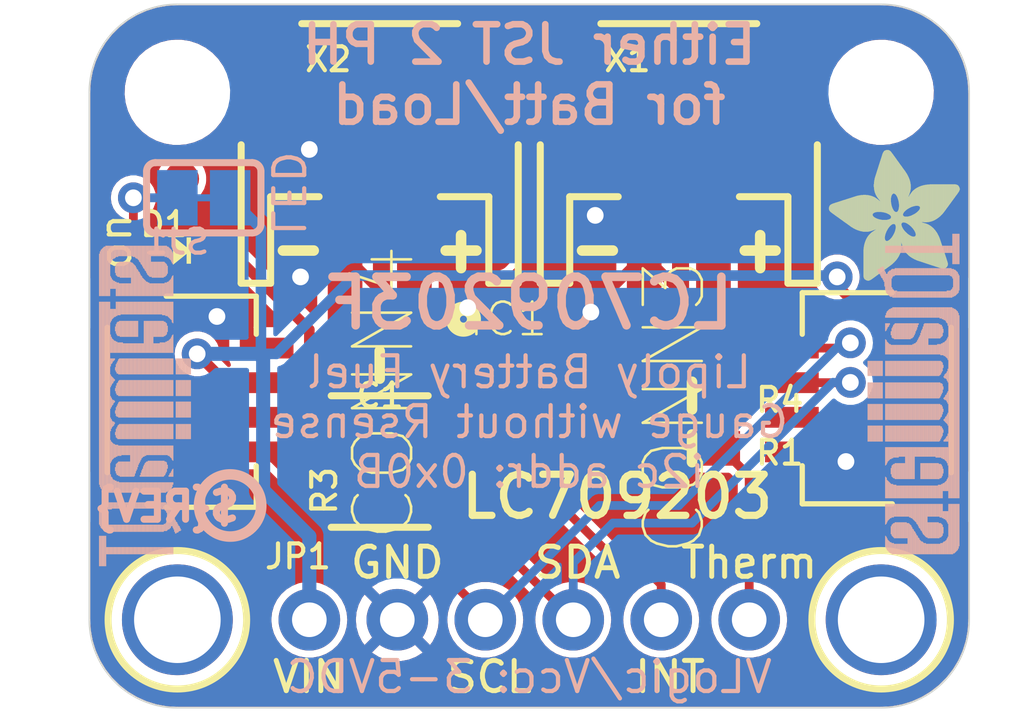
<source format=kicad_pcb>
(kicad_pcb (version 20221018) (generator pcbnew)
  (layers (0 "F.Cu" signal) (31 "B.Cu" signal) (34 "B.Paste" user) (35 "F.Paste" user) (36 "B.SilkS" user "B.Silkscreen") (37 "F.SilkS" user "F.Silkscreen") (38 "B.Mask" user) (39 "F.Mask" user) (44 "Edge.Cuts" user))
  (net 0 "")
  (net 1 "GND")
  (net 2 "SDA")
  (net 3 "SCL")
  (net 4 "INT")
  (net 5 "VCC")
  (net 6 "TSENSE")
  (net 7 "TSW")
  (net 8 "VBAT")
  (net 9 "THERM")
  (net 10 "N$1")
  (net 11 "N$2")
  (footprint "working:MOUNTINGHOLE_2.5_PLATED" (layer "F.Cu") (at 158.6611 112.6236)
    (fp_text reference "U$21" hide)
    (fp_text value "MOUNTINGHOLE2.5" hide)
    (pad "P$1" thru_hole circle (at 0 0) (size 3.2 3.2) (drill 2.5) (layers "*.Cu" "*.Mask"))
    (zone (net 0) (net_name "") (layer "F.Cu") (connect_pads (clearance 0)) (min_thickness 0.25)
      (keepout (tracks not_allowed) (vias not_allowed) (pads not_allowed) (copperpour not_allowed) (footprints allowed))
      (fill (thermal_gap 0.5) (thermal_bridge_width 0.5))
      (polygon (pts (xy 160.6771 112.6236) (xy 160.65748 112.343027) (xy 160.599004 112.067915) (xy 160.502808 111.803619) (xy 160.370765 111.555283) (xy 160.205446 111.32774) (xy 160.010067 111.12542) (xy 159.788433 110.95226) (xy 159.544856 110.811631) (xy 159.284078 110.70627) (xy 159.011175 110.638228) (xy 158.731457 110.608828) (xy 158.450371 110.618644) (xy 158.173385 110.667484) (xy 157.905893 110.754397) (xy 157.6531 110.877693) (xy 157.419926 111.03497) (xy 157.210911 111.223169) (xy 157.030122 111.438625) (xy 156.881078 111.677145) (xy 156.76668 111.934087) (xy 156.689154 112.20445) (xy 156.650011 112.482971) (xy 156.650011 112.764229) (xy 156.689154 113.04275) (xy 156.76668 113.313113) (xy 156.881078 113.570055) (xy 157.030122 113.808575) (xy 157.210911 114.024031) (xy 157.419926 114.21223) (xy 157.6531 114.369507) (xy 157.905893 114.492803) (xy 158.173385 114.579716) (xy 158.450371 114.628556) (xy 158.731457 114.638372) (xy 159.011175 114.608972) (xy 159.284078 114.54093) (xy 159.544856 114.435569) (xy 159.788433 114.29494) (xy 160.010067 114.12178) (xy 160.205446 113.91946) (xy 160.370765 113.691917) (xy 160.502808 113.443581) (xy 160.599004 113.179285) (xy 160.65748 112.904173)))
      (polygon (pts (xy 158.6451 112.6236) (xy 158.649786 112.634914) (xy 158.6611 112.6396) (xy 158.672414 112.634914) (xy 158.6771 112.6236) (xy 158.672414 112.612286) (xy 158.6611 112.6076) (xy 158.649786 112.612286)))
    )
    (zone (net 0) (net_name "") (layer "B.Cu") (connect_pads (clearance 0)) (min_thickness 0.25)
      (keepout (tracks not_allowed) (vias not_allowed) (pads not_allowed) (copperpour not_allowed) (footprints allowed))
      (fill (thermal_gap 0.5) (thermal_bridge_width 0.5))
      (polygon (pts (xy 160.6771 112.6236) (xy 160.65748 112.343027) (xy 160.599004 112.067915) (xy 160.502808 111.803619) (xy 160.370765 111.555283) (xy 160.205446 111.32774) (xy 160.010067 111.12542) (xy 159.788433 110.95226) (xy 159.544856 110.811631) (xy 159.284078 110.70627) (xy 159.011175 110.638228) (xy 158.731457 110.608828) (xy 158.450371 110.618644) (xy 158.173385 110.667484) (xy 157.905893 110.754397) (xy 157.6531 110.877693) (xy 157.419926 111.03497) (xy 157.210911 111.223169) (xy 157.030122 111.438625) (xy 156.881078 111.677145) (xy 156.76668 111.934087) (xy 156.689154 112.20445) (xy 156.650011 112.482971) (xy 156.650011 112.764229) (xy 156.689154 113.04275) (xy 156.76668 113.313113) (xy 156.881078 113.570055) (xy 157.030122 113.808575) (xy 157.210911 114.024031) (xy 157.419926 114.21223) (xy 157.6531 114.369507) (xy 157.905893 114.492803) (xy 158.173385 114.579716) (xy 158.450371 114.628556) (xy 158.731457 114.638372) (xy 159.011175 114.608972) (xy 159.284078 114.54093) (xy 159.544856 114.435569) (xy 159.788433 114.29494) (xy 160.010067 114.12178) (xy 160.205446 113.91946) (xy 160.370765 113.691917) (xy 160.502808 113.443581) (xy 160.599004 113.179285) (xy 160.65748 112.904173)))
      (polygon (pts (xy 158.6451 112.6236) (xy 158.649786 112.634914) (xy 158.6611 112.6396) (xy 158.672414 112.634914) (xy 158.6771 112.6236) (xy 158.672414 112.612286) (xy 158.6611 112.6076) (xy 158.649786 112.612286)))
    )
  )
  (footprint "working:JST_SH4" (layer "F.Cu") (at 158.5976 106.2736 90)
    (fp_text reference "CONN3" (at -4.6 -5.9 90) (layer "F.SilkS") (effects (font (size 1.703222 1.703222) (thickness 0.074778)) (justify left)))
    (fp_text value "STEMMA_I2C_QT" hide)
    (pad "1" smd rect (at -1.5 -2.514 180) (size 1.55 0.6) (layers "F.Cu" "F.Paste" "F.Mask") (net 1 "GND"))
    (pad "2" smd rect (at -0.5 -2.514 180) (size 1.55 0.6) (layers "F.Cu" "F.Paste" "F.Mask") (net 5 "VCC"))
    (pad "3" smd rect (at 0.5 -2.514 180) (size 1.55 0.6) (layers "F.Cu" "F.Paste" "F.Mask") (net 2 "SDA"))
    (pad "4" smd rect (at 1.5 -2.514 180) (size 1.55 0.6) (layers "F.Cu" "F.Paste" "F.Mask") (net 3 "SCL"))
    (pad "MT1" smd rect (at -2.8 1.386 180) (size 1.8 1.2) (layers "F.Cu" "F.Paste" "F.Mask"))
    (pad "MT2" smd rect (at 2.8 1.386 180) (size 1.8 1.2) (layers "F.Cu" "F.Paste" "F.Mask"))
  )
  (footprint "" (layer "F.Cu") (at 158.6611 97.3836)
    (fp_text reference "@HOLE1" hide)
    (fp_text value "" (at 0 0) (layer "F.SilkS") (effects (font (size 1.27 1.27))))
    (pad "" np_thru_hole circle (at 0 0) (size 2.54 2.54) (drill 2.54) (layers "*.Cu" "*.Mask"))
  )
  (footprint "working:MOUNTINGHOLE_2.5_PLATED" (layer "F.Cu") (at 138.3411 112.6236)
    (fp_text reference "U$19" hide)
    (fp_text value "MOUNTINGHOLE2.5" hide)
    (pad "P$1" thru_hole circle (at 0 0) (size 3.2 3.2) (drill 2.5) (layers "*.Cu" "*.Mask"))
    (zone (net 0) (net_name "") (layer "F.Cu") (connect_pads (clearance 0)) (min_thickness 0.25)
      (keepout (tracks not_allowed) (vias not_allowed) (pads not_allowed) (copperpour not_allowed) (footprints allowed))
      (fill (thermal_gap 0.5) (thermal_bridge_width 0.5))
      (polygon (pts (xy 140.3571 112.6236) (xy 140.33748 112.343027) (xy 140.279004 112.067915) (xy 140.182808 111.803619) (xy 140.050765 111.555283) (xy 139.885446 111.32774) (xy 139.690067 111.12542) (xy 139.468433 110.95226) (xy 139.224856 110.811631) (xy 138.964078 110.70627) (xy 138.691175 110.638228) (xy 138.411457 110.608828) (xy 138.130371 110.618644) (xy 137.853385 110.667484) (xy 137.585893 110.754397) (xy 137.3331 110.877693) (xy 137.099926 111.03497) (xy 136.890911 111.223169) (xy 136.710122 111.438625) (xy 136.561078 111.677145) (xy 136.44668 111.934087) (xy 136.369154 112.20445) (xy 136.330011 112.482971) (xy 136.330011 112.764229) (xy 136.369154 113.04275) (xy 136.44668 113.313113) (xy 136.561078 113.570055) (xy 136.710122 113.808575) (xy 136.890911 114.024031) (xy 137.099926 114.21223) (xy 137.3331 114.369507) (xy 137.585893 114.492803) (xy 137.853385 114.579716) (xy 138.130371 114.628556) (xy 138.411457 114.638372) (xy 138.691175 114.608972) (xy 138.964078 114.54093) (xy 139.224856 114.435569) (xy 139.468433 114.29494) (xy 139.690067 114.12178) (xy 139.885446 113.91946) (xy 140.050765 113.691917) (xy 140.182808 113.443581) (xy 140.279004 113.179285) (xy 140.33748 112.904173)))
      (polygon (pts (xy 138.3251 112.6236) (xy 138.329786 112.634914) (xy 138.3411 112.6396) (xy 138.352414 112.634914) (xy 138.3571 112.6236) (xy 138.352414 112.612286) (xy 138.3411 112.6076) (xy 138.329786 112.612286)))
    )
    (zone (net 0) (net_name "") (layer "B.Cu") (connect_pads (clearance 0)) (min_thickness 0.25)
      (keepout (tracks not_allowed) (vias not_allowed) (pads not_allowed) (copperpour not_allowed) (footprints allowed))
      (fill (thermal_gap 0.5) (thermal_bridge_width 0.5))
      (polygon (pts (xy 140.3571 112.6236) (xy 140.33748 112.343027) (xy 140.279004 112.067915) (xy 140.182808 111.803619) (xy 140.050765 111.555283) (xy 139.885446 111.32774) (xy 139.690067 111.12542) (xy 139.468433 110.95226) (xy 139.224856 110.811631) (xy 138.964078 110.70627) (xy 138.691175 110.638228) (xy 138.411457 110.608828) (xy 138.130371 110.618644) (xy 137.853385 110.667484) (xy 137.585893 110.754397) (xy 137.3331 110.877693) (xy 137.099926 111.03497) (xy 136.890911 111.223169) (xy 136.710122 111.438625) (xy 136.561078 111.677145) (xy 136.44668 111.934087) (xy 136.369154 112.20445) (xy 136.330011 112.482971) (xy 136.330011 112.764229) (xy 136.369154 113.04275) (xy 136.44668 113.313113) (xy 136.561078 113.570055) (xy 136.710122 113.808575) (xy 136.890911 114.024031) (xy 137.099926 114.21223) (xy 137.3331 114.369507) (xy 137.585893 114.492803) (xy 137.853385 114.579716) (xy 138.130371 114.628556) (xy 138.411457 114.638372) (xy 138.691175 114.608972) (xy 138.964078 114.54093) (xy 139.224856 114.435569) (xy 139.468433 114.29494) (xy 139.690067 114.12178) (xy 139.885446 113.91946) (xy 140.050765 113.691917) (xy 140.182808 113.443581) (xy 140.279004 113.179285) (xy 140.33748 112.904173)))
      (polygon (pts (xy 138.3251 112.6236) (xy 138.329786 112.634914) (xy 138.3411 112.6396) (xy 138.352414 112.634914) (xy 138.3571 112.6236) (xy 138.352414 112.612286) (xy 138.3411 112.6076) (xy 138.329786 112.612286)))
    )
  )
  (footprint "working:JSTPH2_BATT" (layer "F.Cu") (at 152.8191 98.3996)
    (fp_text reference "X1" (at -2.2225 -1.9685) (layer "F.SilkS") (effects (font (size 0.692831 0.692831) (thickness 0.119969)) (justify left)))
    (fp_text value "JST 2 PH")
    (pad "1" smd rect (at -1 3.7) (size 1 4.6) (layers "F.Cu" "F.Paste" "F.Mask") (net 1 "GND"))
    (pad "2" smd rect (at 1 3.7) (size 1 4.6) (layers "F.Cu" "F.Paste" "F.Mask") (net 8 "VBAT"))
    (pad "NC1" smd rect (at -3.4 -1.5 90) (size 3.4 1.6) (layers "F.Cu" "F.Paste" "F.Mask"))
    (pad "NC2" smd rect (at 3.4 -1.5 90) (size 3.4 1.6) (layers "F.Cu" "F.Paste" "F.Mask"))
  )
  (footprint "working:1X06_ROUND_70" (layer "F.Cu") (at 148.5011 112.6236)
    (fp_text reference "JP1" (at -7.6962 -1.8288) (layer "F.SilkS") (effects (font (size 0.692831 0.692831) (thickness 0.119969)) (justify left)))
    (fp_text value "")
    (pad "1" thru_hole circle (at -6.35 0 90) (size 1.778 1.778) (drill 1) (layers "*.Cu" "*.Mask") (net 5 "VCC"))
    (pad "2" thru_hole circle (at -3.81 0 90) (size 1.778 1.778) (drill 1) (layers "*.Cu" "*.Mask") (net 1 "GND"))
    (pad "3" thru_hole circle (at -1.27 0 90) (size 1.778 1.778) (drill 1) (layers "*.Cu" "*.Mask") (net 3 "SCL"))
    (pad "4" thru_hole circle (at 1.27 0 90) (size 1.778 1.778) (drill 1) (layers "*.Cu" "*.Mask") (net 2 "SDA"))
    (pad "5" thru_hole circle (at 3.81 0 90) (size 1.778 1.778) (drill 1) (layers "*.Cu" "*.Mask") (net 4 "INT"))
    (pad "6" thru_hole circle (at 6.35 0 90) (size 1.778 1.778) (drill 1) (layers "*.Cu" "*.Mask") (net 9 "THERM"))
  )
  (footprint "working:CHIPLED_0603_NOOUTLINE" (layer "F.Cu") (at 138.4681 101.9556 -90)
    (fp_text reference "D1" (at -0.762 1.27) (layer "F.SilkS") (effects (font (size 0.692831 0.692831) (thickness 0.119969)) (justify left)))
    (fp_text value "GREEN")
    (pad "A" smd rect (at 0 0.75 270) (size 0.8 0.8) (layers "F.Cu" "F.Paste" "F.Mask") (net 11 "N$2"))
    (pad "C" smd rect (at 0 -0.75 270) (size 0.8 0.8) (layers "F.Cu" "F.Paste" "F.Mask") (net 10 "N$1"))
  )
  (footprint "working:JSTPH2_BATT" (layer "F.Cu") (at 144.1831 98.3996)
    (fp_text reference "X2" (at -2.2225 -1.9685) (layer "F.SilkS") (effects (font (size 0.692831 0.692831) (thickness 0.119969)) (justify left)))
    (fp_text value "JST 2 PH")
    (pad "1" smd rect (at -1 3.7) (size 1 4.6) (layers "F.Cu" "F.Paste" "F.Mask") (net 1 "GND"))
    (pad "2" smd rect (at 1 3.7) (size 1 4.6) (layers "F.Cu" "F.Paste" "F.Mask") (net 8 "VBAT"))
    (pad "NC1" smd rect (at -3.4 -1.5 90) (size 3.4 1.6) (layers "F.Cu" "F.Paste" "F.Mask"))
    (pad "NC2" smd rect (at 3.4 -1.5 90) (size 3.4 1.6) (layers "F.Cu" "F.Paste" "F.Mask"))
  )
  (footprint "working:FIDUCIAL_1MM" (layer "F.Cu") (at 138.4681 99.8855)
    (fp_text reference "FID4" hide)
    (fp_text value "FIDUCIAL_1MM" hide)
    (pad "1" smd roundrect (at 0 0) (size 1 1) (layers "F.Cu" "F.Mask") (roundrect_rratio 0.5))
  )
  (footprint "working:JST_SH4" (layer "F.Cu") (at 138.4046 106.2736 -90)
    (fp_text reference "CONN4" (at -4.6 -5.9 90) (layer "F.SilkS") (effects (font (size 1.703222 1.703222) (thickness 0.074778)) (justify right)))
    (fp_text value "STEMMA_I2C_QT" hide)
    (pad "1" smd rect (at -1.5 -2.514) (size 1.55 0.6) (layers "F.Cu" "F.Paste" "F.Mask") (net 1 "GND"))
    (pad "2" smd rect (at -0.5 -2.514) (size 1.55 0.6) (layers "F.Cu" "F.Paste" "F.Mask") (net 5 "VCC"))
    (pad "3" smd rect (at 0.5 -2.514) (size 1.55 0.6) (layers "F.Cu" "F.Paste" "F.Mask") (net 2 "SDA"))
    (pad "4" smd rect (at 1.5 -2.514) (size 1.55 0.6) (layers "F.Cu" "F.Paste" "F.Mask") (net 3 "SCL"))
    (pad "MT1" smd rect (at -2.8 1.386) (size 1.8 1.2) (layers "F.Cu" "F.Paste" "F.Mask"))
    (pad "MT2" smd rect (at 2.8 1.386) (size 1.8 1.2) (layers "F.Cu" "F.Paste" "F.Mask"))
  )
  (footprint "working:WDFN8_3X4_0.65" (layer "F.Cu") (at 148.5011 105.6386)
    (fp_text reference "IC1" (at -1.8 -1.7) (layer "F.SilkS") (effects (font (size 0.941222 0.941222) (thickness 0.074778)) (justify left)))
    (fp_text value "LC709203F")
    (pad "1" smd rect (at -1.8 -0.975) (size 0.7 0.35) (layers "F.Cu" "F.Paste" "F.Mask") (net 1 "GND"))
    (pad "2" smd rect (at -1.8 -0.325) (size 0.7 0.35) (layers "F.Cu" "F.Paste" "F.Mask") (net 1 "GND"))
    (pad "3" smd rect (at -1.8 0.325) (size 0.7 0.35) (layers "F.Cu" "F.Paste" "F.Mask") (net 8 "VBAT"))
    (pad "4" smd rect (at -1.8 0.975) (size 0.7 0.35) (layers "F.Cu" "F.Paste" "F.Mask") (net 4 "INT"))
    (pad "5" smd rect (at 1.8 0.975) (size 0.7 0.35) (layers "F.Cu" "F.Paste" "F.Mask") (net 7 "TSW"))
    (pad "6" smd rect (at 1.8 0.325) (size 0.7 0.35) (layers "F.Cu" "F.Paste" "F.Mask") (net 6 "TSENSE"))
    (pad "7" smd rect (at 1.8 -0.325) (size 0.7 0.35) (layers "F.Cu" "F.Paste" "F.Mask") (net 2 "SDA"))
    (pad "8" smd rect (at 1.8 -0.975) (size 0.7 0.35) (layers "F.Cu" "F.Paste" "F.Mask") (net 3 "SCL"))
    (pad "P$9" smd rect (at 0 0 90) (size 1.96 2.3) (layers "F.Cu" "F.Mask"))
  )
  (footprint "working:0603-NO" (layer "F.Cu") (at 153.2001 106.1466)
    (fp_text reference "R4" (at 1.778 0.127) (layer "F.SilkS") (effects (font (size 0.692831 0.692831) (thickness 0.119969)) (justify left)))
    (fp_text value "100")
    (pad "1" smd rect (at -0.85 0) (size 1.075 1) (layers "F.Cu" "F.Paste" "F.Mask") (net 6 "TSENSE"))
    (pad "2" smd rect (at 0.85 0) (size 1.075 1) (layers "F.Cu" "F.Paste" "F.Mask") (net 9 "THERM"))
  )
  (footprint "" (layer "F.Cu") (at 138.3411 97.3836)
    (fp_text reference "@HOLE0" hide)
    (fp_text value "" (at 0 0) (layer "F.SilkS") (effects (font (size 1.27 1.27))))
    (pad "" np_thru_hole circle (at 0 0) (size 2.54 2.54) (drill 2.54) (layers "*.Cu" "*.Mask"))
  )
  (footprint "working:0603-NO" (layer "F.Cu") (at 144.1831 105.2576 180)
    (fp_text reference "C1" (at -0.762 -0.889) (layer "F.SilkS") (effects (font (size 0.692831 0.692831) (thickness 0.119969)) (justify right)))
    (fp_text value "1uF")
    (pad "1" smd rect (at -0.85 0 180) (size 1.075 1) (layers "F.Cu" "F.Paste" "F.Mask") (net 8 "VBAT"))
    (pad "2" smd rect (at 0.85 0 180) (size 1.075 1) (layers "F.Cu" "F.Paste" "F.Mask") (net 1 "GND"))
  )
  (footprint "working:RESPACK_4X0603" (layer "F.Cu") (at 144.1831 108.0516 90)
    (fp_text reference "R3" (at -1.6 -1.6 90) (layer "F.SilkS") (effects (font (size 0.692831 0.692831) (thickness 0.119969)) (justify left)))
    (fp_text value "10K")
    (pad "1" smd rect (at -1.3 0.85 90) (size 0.45 0.9) (layers "F.Cu" "F.Paste" "F.Mask") (net 5 "VCC"))
    (pad "2" smd rect (at -0.4 0.85 90) (size 0.45 0.9) (layers "F.Cu" "F.Paste" "F.Mask") (net 5 "VCC"))
    (pad "3" smd rect (at 0.4 0.85 90) (size 0.45 0.9) (layers "F.Cu" "F.Paste" "F.Mask") (net 4 "INT"))
    (pad "4" smd rect (at 1.3 0.85 90) (size 0.45 0.9) (layers "F.Cu" "F.Paste" "F.Mask") (net 1 "GND"))
    (pad "5" smd rect (at 1.3 -0.85 90) (size 0.45 0.9) (layers "F.Cu" "F.Paste" "F.Mask") (net 10 "N$1"))
    (pad "6" smd rect (at 0.4 -0.85 90) (size 0.45 0.9) (layers "F.Cu" "F.Paste" "F.Mask") (net 5 "VCC"))
    (pad "7" smd rect (at -0.4 -0.85 90) (size 0.45 0.9) (layers "F.Cu" "F.Paste" "F.Mask") (net 2 "SDA"))
    (pad "8" smd rect (at -1.3 -0.85 90) (size 0.45 0.9) (layers "F.Cu" "F.Paste" "F.Mask") (net 3 "SCL"))
  )
  (footprint "working:FIDUCIAL_1MM" (layer "F.Cu") (at 157.2641 109.8296)
    (fp_text reference "FID3" hide)
    (fp_text value "FIDUCIAL_1MM" hide)
    (pad "1" smd roundrect (at 0 0) (size 1 1) (layers "F.Cu" "F.Mask") (roundrect_rratio 0.5))
  )
  (footprint "working:ADAFRUIT_3.5MM" (layer "F.Cu") (at 160.9471 102.8446 90)
    (fp_text reference "U$22" hide)
    (fp_text value "" hide)
  )
  (footprint "working:0603-NO" (layer "F.Cu") (at 153.2001 107.6706)
    (fp_text reference "R1" (at 1.778 0.127) (layer "F.SilkS") (effects (font (size 0.692831 0.692831) (thickness 0.119969)) (justify left)))
    (fp_text value "10K")
    (pad "1" smd rect (at -0.85 0) (size 1.075 1) (layers "F.Cu" "F.Paste" "F.Mask") (net 7 "TSW"))
    (pad "2" smd rect (at 0.85 0) (size 1.075 1) (layers "F.Cu" "F.Paste" "F.Mask") (net 9 "THERM"))
  )
  (footprint "working:SOLDERJUMPER_CLOSEDWIRE" (layer "B.Cu") (at 139.1031 100.4316)
    (fp_text reference "SJ1" (at -1.778 1.27) (layer "B.SilkS") (effects (font (size 0.692831 0.692831) (thickness 0.119969)) (justify right mirror)))
    (fp_text value "")
    (pad "1" smd rect (at -0.762 0) (size 1.1684 1.6002) (layers "B.Cu") (net 11 "N$2"))
    (pad "2" smd rect (at 0.762 0) (size 1.1684 1.6002) (layers "B.Cu") (net 5 "VCC"))
    (pad "WIRE" smd rect (at 0 0 180) (size 0.635 0.2032) (layers "B.Cu"))
  )
  (footprint "working:PCBFEAT-REV-040" (layer "B.Cu") (at 139.8651 109.3216 180)
    (fp_text reference "U$25" hide)
    (fp_text value "" hide)
    (fp_text user "${REV}" (at -0.3556 -0.508) (layer "B.SilkS") (effects (font (size 0.8128 0.8128) (thickness 0.2032)) (justify left bottom mirror)))
  )
  (footprint "working:STEMMAQT" (layer "B.Cu") (at 158.2801 110.7186 90)
    (fp_text reference "U$30" hide)
    (fp_text value "" hide)
  )
  (footprint "working:STEMMAQT" (layer "B.Cu") (at 138.7221 101.8286 -90)
    (fp_text reference "U$31" hide)
    (fp_text value "" hide)
  )
  (gr_line (start 135.8011 97.3836) (end 135.8011 112.6236) (stroke (width 0.05)) (layer "Edge.Cuts"))
  (gr_arc (start 158.6611 94.8436) (mid 160.457151 95.587549) (end 161.2011 97.3836) (stroke (width 0.05)) (layer "Edge.Cuts"))
  (gr_arc (start 135.8011 97.3836) (mid 136.545049 95.587549) (end 138.3411 94.8436) (stroke (width 0.05)) (layer "Edge.Cuts"))
  (gr_line (start 161.2011 112.6236) (end 161.2011 97.3836) (stroke (width 0.05)) (layer "Edge.Cuts"))
  (gr_arc (start 138.3411 115.1636) (mid 136.545049 114.419651) (end 135.8011 112.6236) (stroke (width 0.05)) (layer "Edge.Cuts"))
  (gr_line (start 158.6611 94.8436) (end 138.3411 94.8436) (stroke (width 0.05)) (layer "Edge.Cuts"))
  (gr_arc (start 161.2011 112.6236) (mid 160.457151 114.419651) (end 158.6611 115.1636) (stroke (width 0.05)) (layer "Edge.Cuts"))
  (gr_line (start 138.3411 115.1636) (end 158.6611 115.1636) (stroke (width 0.05)) (layer "Edge.Cuts"))
  (gr_text "Either JST 2 PH\nfor Batt/Load" (at 148.5011 96.8756) (layer "B.SilkS") (effects (font (size 1.0795 1.0795) (thickness 0.1905)) (justify mirror)))
  (gr_text "LC709203F" (at 148.5011 103.4796) (layer "B.SilkS") (effects (font (size 1.40335 1.40335) (thickness 0.24765)) (justify mirror)))
  (gr_text "LED" (at 141.5161 100.3046 -90) (layer "B.SilkS") (effects (font (size 0.89408 0.89408) (thickness 0.12192)) (justify mirror)))
  (gr_text "Lipoly Battery Fuel\nGauge without Rsense\ni2c addr: 0x0B" (at 148.5011 106.9086) (layer "B.SilkS") (effects (font (size 0.89408 0.89408) (thickness 0.12192)) (justify mirror)))
  (gr_text "VLogic/Vcc: 3-5VDC" (at 148.5011 114.2746) (layer "B.SilkS") (effects (font (size 0.89408 0.89408) (thickness 0.12192)) (justify mirror)))
  (gr_text "SCL" (at 147.3581 114.2746) (layer "F.SilkS") (effects (font (size 0.87376 0.87376) (thickness 0.14224))))
  (gr_text "INT" (at 152.5651 114.2746) (layer "F.SilkS") (effects (font (size 0.87376 0.87376) (thickness 0.14224))))
  (gr_text "LC709203" (at 151.0411 109.0676) (layer "F.SilkS") (effects (font (size 1.18745 1.18745) (thickness 0.20955))))
  (gr_text "on" (at 137.0711 102.5906 90) (layer "F.SilkS") (effects (font (size 0.89408 0.89408) (thickness 0.12192)) (justify left bottom)))
  (gr_text "SDA" (at 149.8981 110.9726) (layer "F.SilkS") (effects (font (size 0.87376 0.87376) (thickness 0.14224))))
  (gr_text "Therm" (at 154.8511 110.9726) (layer "F.SilkS") (effects (font (size 0.87376 0.87376) (thickness 0.14224))))
  (gr_text "GND" (at 144.6911 110.9726) (layer "F.SilkS") (effects (font (size 0.87376 0.87376) (thickness 0.14224))))
  (gr_text "VIN" (at 142.1511 114.2746) (layer "F.SilkS") (effects (font (size 0.87376 0.87376) (thickness 0.14224))))
  (segment (start 143.3331 105.2576) (end 143.3331 102.2496) (width 0.4064) (layer "F.Cu") (net 1))
  (segment (start 143.3331 102.2496) (end 143.1831 102.0996) (width 0.4064) (layer "F.Cu") (net 1))
  (segment (start 143.3331 105.501863) (end 143.3331 105.2576) (width 0.4064) (layer "F.Cu") (net 1))
  (segment (start 144.582837 106.7516) (end 143.3331 105.501863) (width 0.4064) (layer "F.Cu") (net 1))
  (segment (start 145.0331 106.7516) (end 144.582837 106.7516) (width 0.4064) (layer "F.Cu") (net 1))
  (via (at 141.8971 102.7176) (size 0.889) (drill 0.4826) (layers "F.Cu" "B.Cu") (net 1))
  (via (at 150.4061 100.9396) (size 0.889) (drill 0.4826) (layers "F.Cu" "B.Cu") (net 1))
  (via (at 146.7231 103.6066) (size 0.889) (drill 0.4826) (layers "F.Cu" "B.Cu") (net 1))
  (via (at 157.6451 108.0516) (size 0.889) (drill 0.4826) (layers "F.Cu" "B.Cu") (net 1))
  (via (at 139.4841 103.8606) (size 0.889) (drill 0.4826) (layers "F.Cu" "B.Cu") (net 1))
  (via (at 150.2791 103.7336) (size 0.889) (drill 0.4826) (layers "F.Cu" "B.Cu") (net 1))
  (via (at 142.1511 99.0346) (size 0.889) (drill 0.4826) (layers "F.Cu" "B.Cu") (net 1))
  (segment (start 150.3011 105.3136) (end 150.3061 105.3086) (width 0.254) (layer "F.Cu") (net 2))
  (segment (start 143.3331 108.4516) (end 143.6941 108.4516) (width 0.254) (layer "F.Cu") (net 2))
  (segment (start 154.7461 105.3086) (end 150.3061 105.3086) (width 0.254) (layer "F.Cu") (net 2))
  (segment (start 142.5511 108.4516) (end 143.3331 108.4516) (width 0.254) (layer "F.Cu") (net 2))
  (segment (start 143.6941 108.4516) (end 144.1831 108.9406) (width 0.254) (layer "F.Cu") (net 2))
  (segment (start 157.7641 105.7736) (end 157.7721 105.7656) (width 0.254) (layer "F.Cu") (net 2))
  (segment (start 144.6911 110.7186) (end 147.8661 110.7186) (width 0.254) (layer "F.Cu") (net 2))
  (segment (start 141.460575 106.7736) (end 142.1511 107.464125) (width 0.254) (layer "F.Cu") (net 2))
  (segment (start 147.8661 110.7186) (end 149.7711 112.6236) (width 0.254) (layer "F.Cu") (net 2))
  (segment (start 156.0756 105.7656) (end 156.0836 105.7736) (width 0.254) (layer "F.Cu") (net 2))
  (segment (start 156.0756 105.7656) (end 155.2031 105.7656) (width 0.254) (layer "F.Cu") (net 2))
  (segment (start 142.1511 107.464125) (end 142.1511 108.0516) (width 0.254) (layer "F.Cu") (net 2))
  (segment (start 142.1511 108.0516) (end 142.5511 108.4516) (width 0.254) (layer "F.Cu") (net 2))
  (segment (start 144.1831 110.2106) (end 144.6911 110.7186) (width 0.254) (layer "F.Cu") (net 2))
  (segment (start 140.9186 106.7736) (end 141.460575 106.7736) (width 0.254) (layer "F.Cu") (net 2))
  (segment (start 154.7461 105.3086) (end 155.2031 105.7656) (width 0.254) (layer "F.Cu") (net 2))
  (segment (start 156.0836 105.7736) (end 157.7641 105.7736) (width 0.254) (layer "F.Cu") (net 2))
  (segment (start 144.1831 108.9406) (end 144.1831 110.2106) (width 0.254) (layer "F.Cu") (net 2))
  (via (at 157.7721 105.7656) (size 0.889) (drill 0.4826) (layers "F.Cu" "B.Cu") (net 2))
  (segment (start 150.9141 109.8296) (end 149.7711 110.9726) (width 0.254) (layer "B.Cu") (net 2))
  (segment (start 157.7721 105.7656) (end 157.2641 105.7656) (width 0.254) (layer "B.Cu") (net 2))
  (segment (start 149.7711 112.6236) (end 149.7711 110.9726) (width 0.254) (layer "B.Cu") (net 2))
  (segment (start 153.2001 109.8296) (end 150.9141 109.8296) (width 0.254) (layer "B.Cu") (net 2))
  (segment (start 157.2641 105.7656) (end 153.2001 109.8296) (width 0.254) (layer "B.Cu") (net 2))
  (segment (start 144.3101 111.2266) (end 145.9611 111.2266) (width 0.254) (layer "F.Cu") (net 3))
  (segment (start 156.0398 104.7298) (end 156.0836 104.7736) (width 0.254) (layer "F.Cu") (net 3))
  (segment (start 157.7721 104.6226) (end 157.6211 104.7736) (width 0.254) (layer "F.Cu") (net 3))
  (segment (start 140.9186 107.7736) (end 142.4966 109.3516) (width 0.254) (layer "F.Cu") (net 3))
  (segment (start 156.0836 104.7736) (end 157.6211 104.7736) (width 0.254) (layer "F.Cu") (net 3))
  (segment (start 143.3331 109.3516) (end 143.3331 110.2496) (width 0.254) (layer "F.Cu") (net 3))
  (segment (start 142.4966 109.3516) (end 143.3331 109.3516) (width 0.254) (layer "F.Cu") (net 3))
  (segment (start 151.116125 104.6636) (end 151.182325 104.7298) (width 0.254) (layer "F.Cu") (net 3))
  (segment (start 150.3011 104.6636) (end 151.116125 104.6636) (width 0.254) (layer "F.Cu") (net 3))
  (segment (start 145.9611 111.2266) (end 147.2311 112.4966) (width 0.254) (layer "F.Cu") (net 3))
  (segment (start 151.182325 104.7298) (end 156.0398 104.7298) (width 0.254) (layer "F.Cu") (net 3))
  (segment (start 143.3331 110.2496) (end 144.3101 111.2266) (width 0.254) (layer "F.Cu") (net 3))
  (segment (start 147.2311 112.4966) (end 147.2311 112.6236) (width 0.254) (layer "F.Cu") (net 3))
  (via (at 157.7721 104.6226) (size 0.889) (drill 0.4826) (layers "F.Cu" "B.Cu") (net 3))
  (segment (start 157.7721 104.6226) (end 157.5181 104.6226) (width 0.254) (layer "B.Cu") (net 3))
  (segment (start 157.5181 104.6226) (end 152.8191 109.3216) (width 0.254) (layer "B.Cu") (net 3))
  (segment (start 147.2311 112.6236) (end 150.5331 109.3216) (width 0.254) (layer "B.Cu") (net 3))
  (segment (start 152.8191 109.3216) (end 150.5331 109.3216) (width 0.254) (layer "B.Cu") (net 3))
  (segment (start 151.4221 110.7186) (end 152.3111 111.6076) (width 0.254) (layer "F.Cu") (net 4))
  (segment (start 145.6631 107.6516) (end 145.0331 107.6516) (width 0.254) (layer "F.Cu") (net 4))
  (segment (start 152.3111 111.6076) (end 152.3111 112.6236) (width 0.254) (layer "F.Cu") (net 4))
  (segment (start 150.7601 110.6726) (end 150.7651 110.6726) (width 0.254) (layer "F.Cu") (net 4))
  (segment (start 150.7651 110.6726) (end 150.7651 110.7186) (width 0.254) (layer "F.Cu") (net 4))
  (segment (start 146.7011 106.6136) (end 150.7601 110.6726) (width 0.254) (layer "F.Cu") (net 4))
  (segment (start 146.7011 106.6136) (end 145.6631 107.6516) (width 0.254) (layer "F.Cu") (net 4))
  (segment (start 150.7651 110.7186) (end 151.4221 110.7186) (width 0.254) (layer "F.Cu") (net 4))
  (segment (start 143.7831 107.6516) (end 144.5831 108.4516) (width 0.3048) (layer "F.Cu") (net 5))
  (segment (start 140.9186 105.7736) (end 141.496493 105.7736) (width 0.3048) (layer "F.Cu") (net 5))
  (segment (start 142.3667 106.997225) (end 143.021075 107.6516) (width 0.3048) (layer "F.Cu") (net 5))
  (segment (start 139.7461 105.7736) (end 140.9186 105.7736) (width 0.3048) (layer "F.Cu") (net 5))
  (segment (start 145.0331 108.4516) (end 145.0331 109.3516) (width 0.4064) (layer "F.Cu") (net 5))
  (segment (start 143.3331 107.6516) (end 143.7831 107.6516) (width 0.3048) (layer "F.Cu") (net 5))
  (segment (start 142.3667 106.643807) (end 142.3667 106.997225) (width 0.3048) (layer "F.Cu") (net 5))
  (segment (start 156.0836 106.7736) (end 158.4151 106.7736) (width 0.3048) (layer "F.Cu") (net 5))
  (segment (start 158.4151 106.7736) (end 158.9151 106.2736) (width 0.3048) (layer "F.Cu") (net 5))
  (segment (start 143.021075 107.6516) (end 143.3331 107.6516) (width 0.3048) (layer "F.Cu") (net 5))
  (segment (start 158.9151 106.2736) (end 158.9151 104.4956) (width 0.3048) (layer "F.Cu") (net 5))
  (segment (start 138.9126 104.9401) (end 139.7461 105.7736) (width 0.3048) (layer "F.Cu") (net 5))
  (segment (start 141.496493 105.7736) (end 142.3667 106.643807) (width 0.3048) (layer "F.Cu") (net 5))
  (segment (start 158.9151 104.4956) (end 157.3911 102.9716) (width 0.3048) (layer "F.Cu") (net 5))
  (segment (start 157.3911 102.9716) (end 157.3911 102.7176) (width 0.3048) (layer "F.Cu") (net 5))
  (segment (start 144.5831 108.4516) (end 145.0331 108.4516) (width 0.3048) (layer "F.Cu") (net 5))
  (via (at 138.9126 104.9401) (size 0.889) (drill 0.4826) (layers "F.Cu" "B.Cu") (net 5))
  (via (at 157.3911 102.7176) (size 0.889) (drill 0.4826) (layers "F.Cu" "B.Cu") (net 5))
  (segment (start 140.8176 105.0671) (end 140.8176 108.8771) (width 0.4064) (layer "B.Cu") (net 5))
  (segment (start 140.7541 101.3206) (end 140.7541 104.8131) (width 0.3048) (layer "B.Cu") (net 5))
  (segment (start 141.1986 104.9401) (end 140.6271 104.9401) (width 0.3048) (layer "B.Cu") (net 5))
  (segment (start 140.6271 104.9401) (end 138.9126 104.9401) (width 0.3048) (layer "B.Cu") (net 5))
  (segment (start 140.7541 104.8131) (end 140.6271 104.9401) (width 0.3048) (layer "B.Cu") (net 5))
  (segment (start 139.8651 100.4316) (end 140.7541 101.3206) (width 0.3048) (layer "B.Cu") (net 5))
  (segment (start 157.3911 102.7176) (end 157.353 102.6795) (width 0.3048) (layer "B.Cu") (net 5))
  (segment (start 142.1511 110.2106) (end 140.8176 108.8771) (width 0.4064) (layer "B.Cu") (net 5))
  (segment (start 140.8176 105.0671) (end 140.6906 104.9401) (width 0.4064) (layer "B.Cu") (net 5))
  (segment (start 138.9126 104.9401) (end 140.6906 104.9401) (width 0.4064) (layer "B.Cu") (net 5))
  (segment (start 143.4592 102.6795) (end 141.1986 104.9401) (width 0.3048) (layer "B.Cu") (net 5))
  (segment (start 157.353 102.6795) (end 143.4592 102.6795) (width 0.3048) (layer "B.Cu") (net 5))
  (segment (start 142.1511 112.6236) (end 142.1511 110.2106) (width 0.4064) (layer "B.Cu") (net 5))
  (segment (start 152.1571 105.9636) (end 152.1621 105.9586) (width 0.254) (layer "F.Cu") (net 6))
  (segment (start 150.3011 105.9636) (end 152.1571 105.9636) (width 0.254) (layer "F.Cu") (net 6))
  (segment (start 152.1621 105.9586) (end 152.3501 106.1466) (width 0.254) (layer "F.Cu") (net 6))
  (segment (start 150.8631 106.6136) (end 150.8681 106.6086) (width 0.254) (layer "F.Cu") (net 7))
  (segment (start 150.3011 106.6136) (end 150.8631 106.6136) (width 0.254) (layer "F.Cu") (net 7))
  (segment (start 151.9301 107.6706) (end 152.3501 107.6706) (width 0.254) (layer "F.Cu") (net 7))
  (segment (start 150.8681 106.6086) (end 151.9301 107.6706) (width 0.254) (layer "F.Cu") (net 7))
  (segment (start 145.1831 102.0996) (end 145.1831 105.1076) (width 0.4064) (layer "F.Cu") (net 8))
  (segment (start 153.8351 102.0836) (end 153.8191 102.0996) (width 0.8128) (layer "F.Cu") (net 8))
  (segment (start 153.8351 99.5426) (end 153.8351 102.0836) (width 0.8128) (layer "F.Cu") (net 8))
  (segment (start 145.5241 105.9636) (end 146.7011 105.9636) (width 0.4064) (layer "F.Cu") (net 8))
  (segment (start 153.2001 98.9076) (end 153.8351 99.5426) (width 0.8128) (layer "F.Cu") (net 8))
  (segment (start 147.550606 102.1302) (end 150.773206 98.9076) (width 0.8128) (layer "F.Cu") (net 8))
  (segment (start 147.550606 102.1302) (end 145.2137 102.1302) (width 0.8128) (layer "F.Cu") (net 8))
  (segment (start 145.1831 105.1076) (end 145.1831 105.6226) (width 0.4064) (layer "F.Cu") (net 8))
  (segment (start 145.1831 105.6226) (end 145.5241 105.9636) (width 0.4064) (layer "F.Cu") (net 8))
  (segment (start 145.1831 102.0996) (end 145.2137 102.1302) (width 0.8128) (layer "F.Cu") (net 8))
  (segment (start 145.1831 105.1076) (end 145.0331 105.2576) (width 0.4064) (layer "F.Cu") (net 8))
  (segment (start 150.773206 98.9076) (end 153.2001 98.9076) (width 0.8128) (layer "F.Cu") (net 8))
  (segment (start 154.0501 106.1466) (end 154.0501 107.6706) (width 0.254) (layer "F.Cu") (net 9))
  (segment (start 154.8511 108.4716) (end 154.8511 112.6236) (width 0.254) (layer "F.Cu") (net 9))
  (segment (start 154.0501 107.6706) (end 154.8511 108.4716) (width 0.254) (layer "F.Cu") (net 9))
  (segment (start 139.2181 101.9556) (end 139.8651 101.9556) (width 0.3048) (layer "F.Cu") (net 10))
  (segment (start 142.1511 104.2416) (end 142.1511 105.6386) (width 0.3048) (layer "F.Cu") (net 10))
  (segment (start 142.1511 104.2416) (end 139.8651 101.9556) (width 0.3048) (layer "F.Cu") (net 10))
  (segment (start 143.2641 106.7516) (end 143.3331 106.7516) (width 0.3048) (layer "F.Cu") (net 10))
  (segment (start 142.1511 105.6386) (end 143.2641 106.7516) (width 0.3048) (layer "F.Cu") (net 10))
  (segment (start 137.0711 100.4316) (end 137.0711 101.3086) (width 0.254) (layer "F.Cu") (net 11))
  (segment (start 137.7181 101.9556) (end 137.0711 101.3086) (width 0.254) (layer "F.Cu") (net 11))
  (via (at 137.0711 100.4316) (size 0.889) (drill 0.4826) (layers "F.Cu" "B.Cu") (net 11))
  (segment (start 138.3411 100.4316) (end 137.0711 100.4316) (width 0.254) (layer "B.Cu") (net 11))
  (zone (net 1) (net_name "GND") (layer "F.Cu") (priority 6) (connect_pads (clearance 0.000001)) (min_thickness 0.127) (fill yes (thermal_gap 0.304) (thermal_bridge_width 0.304))
    (polygon (pts (xy 161.3281 115.2906) (xy 135.6741 115.2906) (xy 135.6741 94.7166) (xy 161.3281 94.7166)))
  )
  (zone (net 1) (net_name "GND") (layer "B.Cu") (priority 6) (connect_pads (clearance 0.000001)) (min_thickness 0.127) (fill yes (thermal_gap 0.304) (thermal_bridge_width 0.304))
    (polygon (pts (xy 161.3281 115.2906) (xy 135.6741 115.2906) (xy 135.6741 94.7166) (xy 161.3281 94.7166)))
  )
)
</source>
